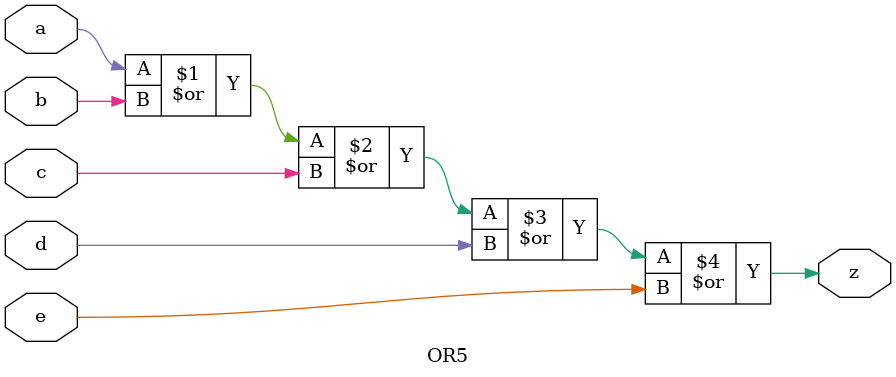
<source format=v>
module	OR5(a, b, c, d, e, z);

input	a, b, c, d, e;
output	z;

or #1 g1(z, a, b, c, d, e);

endmodule

</source>
